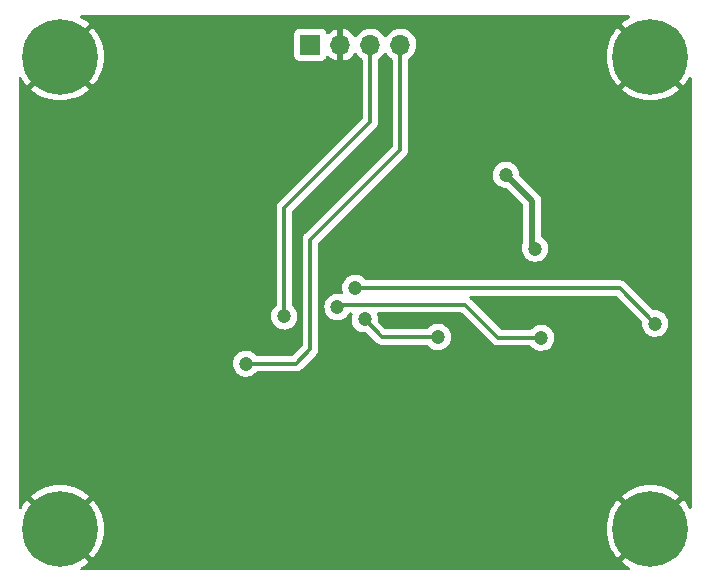
<source format=gbr>
%TF.GenerationSoftware,KiCad,Pcbnew,(6.0.2)*%
%TF.CreationDate,2022-03-31T10:51:58+02:00*%
%TF.ProjectId,stm32l02,73746d33-326c-4303-922e-6b696361645f,rev?*%
%TF.SameCoordinates,Original*%
%TF.FileFunction,Copper,L2,Bot*%
%TF.FilePolarity,Positive*%
%FSLAX46Y46*%
G04 Gerber Fmt 4.6, Leading zero omitted, Abs format (unit mm)*
G04 Created by KiCad (PCBNEW (6.0.2)) date 2022-03-31 10:51:58*
%MOMM*%
%LPD*%
G01*
G04 APERTURE LIST*
%TA.AperFunction,ComponentPad*%
%ADD10C,6.400000*%
%TD*%
%TA.AperFunction,ComponentPad*%
%ADD11R,1.700000X1.700000*%
%TD*%
%TA.AperFunction,ComponentPad*%
%ADD12O,1.700000X1.700000*%
%TD*%
%TA.AperFunction,ViaPad*%
%ADD13C,1.200000*%
%TD*%
%TA.AperFunction,Conductor*%
%ADD14C,0.500000*%
%TD*%
%TA.AperFunction,Conductor*%
%ADD15C,0.300000*%
%TD*%
G04 APERTURE END LIST*
D10*
%TO.P,H3,1,1*%
%TO.N,GND*%
X90000000Y-70000000D03*
%TD*%
%TO.P,H4,1,1*%
%TO.N,GND*%
X40000000Y-70000000D03*
%TD*%
%TO.P,H2,1,1*%
%TO.N,GND*%
X90000000Y-30000000D03*
%TD*%
%TO.P,H1,1,1*%
%TO.N,GND*%
X40000000Y-30000000D03*
%TD*%
D11*
%TO.P,J2,1,Pin_1*%
%TO.N,+5V*%
X61200000Y-29000000D03*
D12*
%TO.P,J2,2,Pin_2*%
%TO.N,GND*%
X63740000Y-29000000D03*
%TO.P,J2,3,Pin_3*%
%TO.N,ADC_IN1*%
X66280000Y-29000000D03*
%TO.P,J2,4,Pin_4*%
%TO.N,DAC_OUT*%
X68820000Y-29000000D03*
%TD*%
D13*
%TO.N,+3V3*%
X77750000Y-40000000D03*
X80250000Y-46250000D03*
%TO.N,GND*%
X52750000Y-46250000D03*
X51750000Y-56750000D03*
X79750000Y-51300000D03*
%TO.N,NRST*%
X65000000Y-49600000D03*
X90400000Y-52600000D03*
%TO.N,USART2_RX*%
X80750000Y-53800000D03*
X63500000Y-51200000D03*
%TO.N,USART2_TX*%
X72000000Y-53750000D03*
X65800000Y-52250000D03*
%TO.N,ADC_IN1*%
X59000000Y-52000000D03*
%TO.N,DAC_OUT*%
X55750000Y-56000000D03*
%TD*%
D14*
%TO.N,+3V3*%
X77750000Y-40000000D02*
X80000000Y-42250000D01*
X80000000Y-42250000D02*
X80000000Y-46250000D01*
D15*
%TO.N,NRST*%
X65000000Y-49600000D02*
X87400000Y-49600000D01*
X87400000Y-49600000D02*
X90400000Y-52600000D01*
%TO.N,USART2_RX*%
X63700000Y-51000000D02*
X63500000Y-51200000D01*
X74300000Y-51000000D02*
X63700000Y-51000000D01*
X80500000Y-53800000D02*
X77100000Y-53800000D01*
X77100000Y-53800000D02*
X74300000Y-51000000D01*
%TO.N,USART2_TX*%
X72000000Y-53750000D02*
X67300000Y-53750000D01*
X67300000Y-53750000D02*
X65800000Y-52250000D01*
%TO.N,ADC_IN1*%
X66280000Y-35520000D02*
X66280000Y-29000000D01*
X59000000Y-42800000D02*
X66280000Y-35520000D01*
X59000000Y-52000000D02*
X59000000Y-42800000D01*
%TO.N,DAC_OUT*%
X55750000Y-56000000D02*
X60000000Y-56000000D01*
X61200000Y-54800000D02*
X61200000Y-45500000D01*
X61200000Y-45500000D02*
X68820000Y-37880000D01*
X60000000Y-56000000D02*
X61200000Y-54800000D01*
X68820000Y-37880000D02*
X68820000Y-29000000D01*
%TD*%
%TA.AperFunction,Conductor*%
%TO.N,GND*%
G36*
X88229157Y-26528002D02*
G01*
X88275650Y-26581658D01*
X88285754Y-26651932D01*
X88256260Y-26716512D01*
X88218239Y-26746267D01*
X88146397Y-26782872D01*
X88140687Y-26786169D01*
X87820265Y-26994253D01*
X87814939Y-26998123D01*
X87576165Y-27191478D01*
X87567700Y-27203733D01*
X87574034Y-27214824D01*
X92784310Y-32425100D01*
X92797386Y-32432241D01*
X92807753Y-32424784D01*
X93001877Y-32185061D01*
X93005747Y-32179735D01*
X93213831Y-31859313D01*
X93217128Y-31853603D01*
X93253733Y-31781761D01*
X93302481Y-31730146D01*
X93371396Y-31713080D01*
X93438598Y-31735981D01*
X93482750Y-31791578D01*
X93492000Y-31838964D01*
X93492000Y-68161036D01*
X93471998Y-68229157D01*
X93418342Y-68275650D01*
X93348068Y-68285754D01*
X93283488Y-68256260D01*
X93253733Y-68218239D01*
X93217128Y-68146397D01*
X93213831Y-68140687D01*
X93005747Y-67820265D01*
X93001877Y-67814939D01*
X92808522Y-67576165D01*
X92796267Y-67567700D01*
X92785176Y-67574034D01*
X87574900Y-72784310D01*
X87567759Y-72797386D01*
X87575216Y-72807753D01*
X87814935Y-73001874D01*
X87820272Y-73005751D01*
X88140685Y-73213830D01*
X88146394Y-73217127D01*
X88218238Y-73253733D01*
X88269853Y-73302481D01*
X88286919Y-73371396D01*
X88264018Y-73438598D01*
X88208421Y-73482750D01*
X88161035Y-73492000D01*
X41838965Y-73492000D01*
X41770844Y-73471998D01*
X41724351Y-73418342D01*
X41714247Y-73348068D01*
X41743741Y-73283488D01*
X41781762Y-73253733D01*
X41853606Y-73217127D01*
X41859315Y-73213830D01*
X42179728Y-73005751D01*
X42185065Y-73001874D01*
X42423835Y-72808522D01*
X42432300Y-72796267D01*
X42425966Y-72785176D01*
X39641922Y-70001132D01*
X40364408Y-70001132D01*
X40364539Y-70002965D01*
X40368790Y-70009580D01*
X42784310Y-72425100D01*
X42797386Y-72432241D01*
X42807753Y-72424784D01*
X43001877Y-72185061D01*
X43005747Y-72179735D01*
X43213831Y-71859313D01*
X43217128Y-71853603D01*
X43390578Y-71513189D01*
X43393260Y-71507164D01*
X43530171Y-71150498D01*
X43532212Y-71144216D01*
X43631094Y-70775184D01*
X43632465Y-70768734D01*
X43692234Y-70391371D01*
X43692920Y-70384833D01*
X43712916Y-70003301D01*
X86287084Y-70003301D01*
X86307080Y-70384833D01*
X86307766Y-70391371D01*
X86367535Y-70768734D01*
X86368906Y-70775184D01*
X86467788Y-71144216D01*
X86469829Y-71150498D01*
X86606740Y-71507164D01*
X86609422Y-71513189D01*
X86782872Y-71853603D01*
X86786169Y-71859313D01*
X86994253Y-72179735D01*
X86998123Y-72185061D01*
X87191478Y-72423835D01*
X87203733Y-72432300D01*
X87214824Y-72425966D01*
X89627978Y-70012812D01*
X89635592Y-69998868D01*
X89635461Y-69997035D01*
X89631210Y-69990420D01*
X87215690Y-67574900D01*
X87202614Y-67567759D01*
X87192247Y-67575216D01*
X86998123Y-67814939D01*
X86994253Y-67820265D01*
X86786169Y-68140687D01*
X86782872Y-68146397D01*
X86609422Y-68486811D01*
X86606740Y-68492836D01*
X86469829Y-68849502D01*
X86467788Y-68855784D01*
X86368906Y-69224816D01*
X86367535Y-69231266D01*
X86307766Y-69608629D01*
X86307080Y-69615167D01*
X86287084Y-69996699D01*
X86287084Y-70003301D01*
X43712916Y-70003301D01*
X43712916Y-69996699D01*
X43692920Y-69615167D01*
X43692234Y-69608629D01*
X43632465Y-69231266D01*
X43631094Y-69224816D01*
X43532212Y-68855784D01*
X43530171Y-68849502D01*
X43393260Y-68492836D01*
X43390578Y-68486811D01*
X43217128Y-68146397D01*
X43213831Y-68140687D01*
X43005747Y-67820265D01*
X43001877Y-67814939D01*
X42808522Y-67576165D01*
X42796267Y-67567700D01*
X42785176Y-67574034D01*
X40372022Y-69987188D01*
X40364408Y-70001132D01*
X39641922Y-70001132D01*
X37215690Y-67574900D01*
X37202614Y-67567759D01*
X37192247Y-67575216D01*
X36998123Y-67814939D01*
X36994253Y-67820265D01*
X36786169Y-68140687D01*
X36782872Y-68146397D01*
X36746267Y-68218239D01*
X36697519Y-68269854D01*
X36628604Y-68286920D01*
X36561402Y-68264019D01*
X36517250Y-68208422D01*
X36508000Y-68161036D01*
X36508000Y-67203733D01*
X37567700Y-67203733D01*
X37574034Y-67214824D01*
X39987188Y-69627978D01*
X40001132Y-69635592D01*
X40002965Y-69635461D01*
X40009580Y-69631210D01*
X42425100Y-67215690D01*
X42431630Y-67203733D01*
X87567700Y-67203733D01*
X87574034Y-67214824D01*
X89987188Y-69627978D01*
X90001132Y-69635592D01*
X90002965Y-69635461D01*
X90009580Y-69631210D01*
X92425100Y-67215690D01*
X92432241Y-67202614D01*
X92424784Y-67192247D01*
X92185065Y-66998126D01*
X92179728Y-66994249D01*
X91859315Y-66786170D01*
X91853606Y-66782873D01*
X91513189Y-66609422D01*
X91507164Y-66606740D01*
X91150498Y-66469829D01*
X91144216Y-66467788D01*
X90775184Y-66368906D01*
X90768734Y-66367535D01*
X90391371Y-66307766D01*
X90384833Y-66307080D01*
X90003301Y-66287084D01*
X89996699Y-66287084D01*
X89615167Y-66307080D01*
X89608629Y-66307766D01*
X89231266Y-66367535D01*
X89224816Y-66368906D01*
X88855784Y-66467788D01*
X88849502Y-66469829D01*
X88492836Y-66606740D01*
X88486811Y-66609422D01*
X88146397Y-66782872D01*
X88140687Y-66786169D01*
X87820265Y-66994253D01*
X87814939Y-66998123D01*
X87576165Y-67191478D01*
X87567700Y-67203733D01*
X42431630Y-67203733D01*
X42432241Y-67202614D01*
X42424784Y-67192247D01*
X42185065Y-66998126D01*
X42179728Y-66994249D01*
X41859315Y-66786170D01*
X41853606Y-66782873D01*
X41513189Y-66609422D01*
X41507164Y-66606740D01*
X41150498Y-66469829D01*
X41144216Y-66467788D01*
X40775184Y-66368906D01*
X40768734Y-66367535D01*
X40391371Y-66307766D01*
X40384833Y-66307080D01*
X40003301Y-66287084D01*
X39996699Y-66287084D01*
X39615167Y-66307080D01*
X39608629Y-66307766D01*
X39231266Y-66367535D01*
X39224816Y-66368906D01*
X38855784Y-66467788D01*
X38849502Y-66469829D01*
X38492836Y-66606740D01*
X38486811Y-66609422D01*
X38146397Y-66782872D01*
X38140687Y-66786169D01*
X37820265Y-66994253D01*
X37814939Y-66998123D01*
X37576165Y-67191478D01*
X37567700Y-67203733D01*
X36508000Y-67203733D01*
X36508000Y-55970859D01*
X54637132Y-55970859D01*
X54650457Y-56174151D01*
X54700605Y-56371610D01*
X54785898Y-56556624D01*
X54903479Y-56722997D01*
X55049410Y-56865157D01*
X55054206Y-56868362D01*
X55054209Y-56868364D01*
X55122149Y-56913760D01*
X55218803Y-56978342D01*
X55224106Y-56980620D01*
X55224109Y-56980622D01*
X55313115Y-57018862D01*
X55405987Y-57058763D01*
X55478817Y-57075243D01*
X55599055Y-57102450D01*
X55599060Y-57102451D01*
X55604692Y-57103725D01*
X55610463Y-57103952D01*
X55610465Y-57103952D01*
X55673470Y-57106427D01*
X55808263Y-57111723D01*
X56009883Y-57082490D01*
X56015347Y-57080635D01*
X56015352Y-57080634D01*
X56197327Y-57018862D01*
X56197332Y-57018860D01*
X56202799Y-57017004D01*
X56380551Y-56917458D01*
X56537186Y-56787186D01*
X56606429Y-56703930D01*
X56665365Y-56664347D01*
X56703302Y-56658500D01*
X59917944Y-56658500D01*
X59929800Y-56659059D01*
X59929803Y-56659059D01*
X59937537Y-56660788D01*
X60008369Y-56658562D01*
X60012327Y-56658500D01*
X60041432Y-56658500D01*
X60045832Y-56657944D01*
X60057664Y-56657012D01*
X60103831Y-56655562D01*
X60124421Y-56649580D01*
X60143782Y-56645570D01*
X60150770Y-56644688D01*
X60157204Y-56643875D01*
X60157205Y-56643875D01*
X60165064Y-56642882D01*
X60172429Y-56639966D01*
X60172433Y-56639965D01*
X60208021Y-56625874D01*
X60219231Y-56622035D01*
X60263600Y-56609145D01*
X60282065Y-56598225D01*
X60299805Y-56589534D01*
X60319756Y-56581635D01*
X60357129Y-56554482D01*
X60367048Y-56547967D01*
X60399977Y-56528493D01*
X60399981Y-56528490D01*
X60406807Y-56524453D01*
X60421971Y-56509289D01*
X60437005Y-56496448D01*
X60447943Y-56488501D01*
X60454357Y-56483841D01*
X60483803Y-56448247D01*
X60491792Y-56439468D01*
X61607600Y-55323659D01*
X61616381Y-55315669D01*
X61616390Y-55315661D01*
X61623080Y-55311416D01*
X61671620Y-55259726D01*
X61674374Y-55256885D01*
X61694926Y-55236333D01*
X61697638Y-55232837D01*
X61705349Y-55223808D01*
X61731544Y-55195913D01*
X61736972Y-55190133D01*
X61747301Y-55171345D01*
X61758158Y-55154816D01*
X61766447Y-55144131D01*
X61766448Y-55144129D01*
X61771304Y-55137869D01*
X61789657Y-55095456D01*
X61794868Y-55084819D01*
X61817124Y-55044337D01*
X61822457Y-55023566D01*
X61828859Y-55004864D01*
X61837379Y-54985177D01*
X61844605Y-54939552D01*
X61847013Y-54927926D01*
X61856529Y-54890865D01*
X61856529Y-54890864D01*
X61858500Y-54883188D01*
X61858500Y-54861742D01*
X61860051Y-54842031D01*
X61862166Y-54828677D01*
X61863406Y-54820849D01*
X61859059Y-54774860D01*
X61858500Y-54763005D01*
X61858500Y-51170859D01*
X62387132Y-51170859D01*
X62400457Y-51374151D01*
X62450605Y-51571610D01*
X62535898Y-51756624D01*
X62653479Y-51922997D01*
X62799410Y-52065157D01*
X62804206Y-52068362D01*
X62804209Y-52068364D01*
X62872149Y-52113760D01*
X62968803Y-52178342D01*
X62974106Y-52180620D01*
X62974109Y-52180622D01*
X63144212Y-52253704D01*
X63155987Y-52258763D01*
X63228817Y-52275243D01*
X63349055Y-52302450D01*
X63349060Y-52302451D01*
X63354692Y-52303725D01*
X63360463Y-52303952D01*
X63360465Y-52303952D01*
X63423470Y-52306427D01*
X63558263Y-52311723D01*
X63759883Y-52282490D01*
X63765347Y-52280635D01*
X63765352Y-52280634D01*
X63947327Y-52218862D01*
X63947332Y-52218860D01*
X63952799Y-52217004D01*
X64130551Y-52117458D01*
X64287186Y-51987186D01*
X64417458Y-51830551D01*
X64477727Y-51722933D01*
X64528463Y-51673272D01*
X64587661Y-51658500D01*
X64652035Y-51658500D01*
X64720156Y-51678502D01*
X64766649Y-51732158D01*
X64776753Y-51802432D01*
X64770891Y-51823791D01*
X64771492Y-51823978D01*
X64719669Y-51990877D01*
X64711078Y-52018543D01*
X64687132Y-52220859D01*
X64700457Y-52424151D01*
X64750605Y-52621610D01*
X64835898Y-52806624D01*
X64953479Y-52972997D01*
X64998653Y-53017004D01*
X65037242Y-53054595D01*
X65099410Y-53115157D01*
X65104206Y-53118362D01*
X65104209Y-53118364D01*
X65178987Y-53168329D01*
X65268803Y-53228342D01*
X65274106Y-53230620D01*
X65274109Y-53230622D01*
X65450680Y-53306483D01*
X65455987Y-53308763D01*
X65518893Y-53322997D01*
X65649055Y-53352450D01*
X65649060Y-53352451D01*
X65654692Y-53353725D01*
X65660463Y-53353952D01*
X65660465Y-53353952D01*
X65728021Y-53356606D01*
X65858263Y-53361723D01*
X65902479Y-53355312D01*
X65972763Y-53365332D01*
X66009652Y-53390912D01*
X66776345Y-54157604D01*
X66784336Y-54166386D01*
X66788584Y-54173080D01*
X66794363Y-54178507D01*
X66840274Y-54221621D01*
X66843083Y-54224343D01*
X66863667Y-54244926D01*
X66866791Y-54247349D01*
X66866793Y-54247351D01*
X66867163Y-54247638D01*
X66876191Y-54255348D01*
X66909867Y-54286972D01*
X66916818Y-54290793D01*
X66916819Y-54290794D01*
X66928655Y-54297301D01*
X66945184Y-54308158D01*
X66955869Y-54316447D01*
X66955871Y-54316448D01*
X66962131Y-54321304D01*
X67004544Y-54339657D01*
X67015181Y-54344868D01*
X67055663Y-54367124D01*
X67063342Y-54369096D01*
X67063343Y-54369096D01*
X67076434Y-54372457D01*
X67095136Y-54378859D01*
X67114823Y-54387379D01*
X67122652Y-54388619D01*
X67160448Y-54394605D01*
X67172074Y-54397013D01*
X67209135Y-54406529D01*
X67209136Y-54406529D01*
X67216812Y-54408500D01*
X67238258Y-54408500D01*
X67257968Y-54410051D01*
X67279151Y-54413406D01*
X67325135Y-54409059D01*
X67336994Y-54408500D01*
X71042655Y-54408500D01*
X71110776Y-54428502D01*
X71145551Y-54461779D01*
X71153479Y-54472997D01*
X71299410Y-54615157D01*
X71304206Y-54618362D01*
X71304209Y-54618364D01*
X71381913Y-54670284D01*
X71468803Y-54728342D01*
X71474106Y-54730620D01*
X71474109Y-54730622D01*
X71590487Y-54780622D01*
X71655987Y-54808763D01*
X71700619Y-54818862D01*
X71849055Y-54852450D01*
X71849060Y-54852451D01*
X71854692Y-54853725D01*
X71860463Y-54853952D01*
X71860465Y-54853952D01*
X71923470Y-54856427D01*
X72058263Y-54861723D01*
X72259883Y-54832490D01*
X72265347Y-54830635D01*
X72265352Y-54830634D01*
X72447327Y-54768862D01*
X72447332Y-54768860D01*
X72452799Y-54767004D01*
X72630551Y-54667458D01*
X72787186Y-54537186D01*
X72917458Y-54380551D01*
X73006463Y-54221621D01*
X73014180Y-54207842D01*
X73014181Y-54207840D01*
X73017004Y-54202799D01*
X73018860Y-54197332D01*
X73018862Y-54197327D01*
X73080634Y-54015352D01*
X73080635Y-54015347D01*
X73082490Y-54009883D01*
X73111723Y-53808263D01*
X73113249Y-53750000D01*
X73097476Y-53578342D01*
X73095137Y-53552880D01*
X73095136Y-53552877D01*
X73094608Y-53547126D01*
X73085198Y-53513760D01*
X73040875Y-53356606D01*
X73040874Y-53356604D01*
X73039307Y-53351047D01*
X73027461Y-53327024D01*
X72951756Y-53173510D01*
X72949201Y-53168329D01*
X72940461Y-53156624D01*
X72830758Y-53009715D01*
X72830758Y-53009714D01*
X72827305Y-53005091D01*
X72728504Y-52913760D01*
X72681943Y-52870719D01*
X72681940Y-52870717D01*
X72677703Y-52866800D01*
X72584650Y-52808088D01*
X72510288Y-52761169D01*
X72510283Y-52761167D01*
X72505404Y-52758088D01*
X72316180Y-52682595D01*
X72116366Y-52642849D01*
X72110592Y-52642773D01*
X72110588Y-52642773D01*
X72007452Y-52641424D01*
X71912655Y-52640183D01*
X71906958Y-52641162D01*
X71906957Y-52641162D01*
X71717567Y-52673705D01*
X71711870Y-52674684D01*
X71520734Y-52745198D01*
X71515773Y-52748150D01*
X71515772Y-52748150D01*
X71417487Y-52806624D01*
X71345649Y-52849363D01*
X71192478Y-52983690D01*
X71164751Y-53018862D01*
X71145323Y-53043506D01*
X71087442Y-53084619D01*
X71046373Y-53091500D01*
X67624950Y-53091500D01*
X67556829Y-53071498D01*
X67535854Y-53054595D01*
X66940912Y-52459652D01*
X66906887Y-52397340D01*
X66905312Y-52352477D01*
X66911190Y-52311937D01*
X66911723Y-52308263D01*
X66913249Y-52250000D01*
X66900731Y-52113760D01*
X66895137Y-52052880D01*
X66895136Y-52052877D01*
X66894608Y-52047126D01*
X66888165Y-52024280D01*
X66840875Y-51856606D01*
X66840874Y-51856604D01*
X66839307Y-51851047D01*
X66833971Y-51840226D01*
X66821783Y-51770283D01*
X66849343Y-51704854D01*
X66907902Y-51664712D01*
X66946978Y-51658500D01*
X73975050Y-51658500D01*
X74043171Y-51678502D01*
X74064145Y-51695405D01*
X76576345Y-54207605D01*
X76584335Y-54216385D01*
X76588584Y-54223080D01*
X76594362Y-54228506D01*
X76594363Y-54228507D01*
X76640257Y-54271604D01*
X76643099Y-54274359D01*
X76663667Y-54294927D01*
X76667170Y-54297644D01*
X76676195Y-54305352D01*
X76709867Y-54336972D01*
X76716818Y-54340793D01*
X76716819Y-54340794D01*
X76728658Y-54347303D01*
X76745182Y-54358157D01*
X76755271Y-54365982D01*
X76762132Y-54371304D01*
X76769404Y-54374451D01*
X76769406Y-54374452D01*
X76804535Y-54389654D01*
X76815195Y-54394876D01*
X76846645Y-54412166D01*
X76855663Y-54417124D01*
X76876441Y-54422459D01*
X76895131Y-54428858D01*
X76914824Y-54437380D01*
X76958596Y-54444313D01*
X76960448Y-54444606D01*
X76972071Y-54447013D01*
X77000072Y-54454202D01*
X77016812Y-54458500D01*
X77038259Y-54458500D01*
X77057969Y-54460051D01*
X77079152Y-54463406D01*
X77125141Y-54459059D01*
X77136996Y-54458500D01*
X79792655Y-54458500D01*
X79860776Y-54478502D01*
X79895551Y-54511779D01*
X79903479Y-54522997D01*
X80049410Y-54665157D01*
X80054206Y-54668362D01*
X80054209Y-54668364D01*
X80122149Y-54713760D01*
X80218803Y-54778342D01*
X80224106Y-54780620D01*
X80224109Y-54780622D01*
X80313115Y-54818862D01*
X80405987Y-54858763D01*
X80478817Y-54875243D01*
X80599055Y-54902450D01*
X80599060Y-54902451D01*
X80604692Y-54903725D01*
X80610463Y-54903952D01*
X80610465Y-54903952D01*
X80673470Y-54906427D01*
X80808263Y-54911723D01*
X81009883Y-54882490D01*
X81015347Y-54880635D01*
X81015352Y-54880634D01*
X81197327Y-54818862D01*
X81197332Y-54818860D01*
X81202799Y-54817004D01*
X81217515Y-54808763D01*
X81288609Y-54768948D01*
X81380551Y-54717458D01*
X81537186Y-54587186D01*
X81667458Y-54430551D01*
X81767004Y-54252799D01*
X81768860Y-54247332D01*
X81768862Y-54247327D01*
X81830634Y-54065352D01*
X81830635Y-54065347D01*
X81832490Y-54059883D01*
X81861723Y-53858263D01*
X81863249Y-53800000D01*
X81850389Y-53660038D01*
X81845137Y-53602880D01*
X81845136Y-53602877D01*
X81844608Y-53597126D01*
X81807388Y-53465157D01*
X81790875Y-53406606D01*
X81790874Y-53406604D01*
X81789307Y-53401047D01*
X81771695Y-53365332D01*
X81701756Y-53223510D01*
X81699201Y-53218329D01*
X81619152Y-53111130D01*
X81580758Y-53059715D01*
X81580758Y-53059714D01*
X81577305Y-53055091D01*
X81427703Y-52916800D01*
X81350936Y-52868364D01*
X81260288Y-52811169D01*
X81260283Y-52811167D01*
X81255404Y-52808088D01*
X81066180Y-52732595D01*
X80866366Y-52692849D01*
X80860592Y-52692773D01*
X80860588Y-52692773D01*
X80757452Y-52691424D01*
X80662655Y-52690183D01*
X80656958Y-52691162D01*
X80656957Y-52691162D01*
X80467567Y-52723705D01*
X80461870Y-52724684D01*
X80270734Y-52795198D01*
X80265773Y-52798150D01*
X80265772Y-52798150D01*
X80155563Y-52863718D01*
X80095649Y-52899363D01*
X79942478Y-53033690D01*
X79903355Y-53083318D01*
X79895323Y-53093506D01*
X79837442Y-53134619D01*
X79796373Y-53141500D01*
X77424950Y-53141500D01*
X77356829Y-53121498D01*
X77335855Y-53104595D01*
X74823655Y-50592395D01*
X74815665Y-50583615D01*
X74815663Y-50583613D01*
X74811416Y-50576920D01*
X74759742Y-50528395D01*
X74756901Y-50525641D01*
X74736333Y-50505073D01*
X74732826Y-50502353D01*
X74723803Y-50494646D01*
X74704319Y-50476349D01*
X74668354Y-50415136D01*
X74671193Y-50344196D01*
X74711934Y-50286053D01*
X74777642Y-50259165D01*
X74790573Y-50258500D01*
X87075050Y-50258500D01*
X87143171Y-50278502D01*
X87164145Y-50295405D01*
X89260053Y-52391313D01*
X89294079Y-52453625D01*
X89296085Y-52495217D01*
X89287132Y-52570859D01*
X89300457Y-52774151D01*
X89350605Y-52971610D01*
X89435898Y-53156624D01*
X89553479Y-53322997D01*
X89699410Y-53465157D01*
X89704206Y-53468362D01*
X89704209Y-53468364D01*
X89772149Y-53513760D01*
X89868803Y-53578342D01*
X89874106Y-53580620D01*
X89874109Y-53580622D01*
X89963115Y-53618862D01*
X90055987Y-53658763D01*
X90128817Y-53675243D01*
X90249055Y-53702450D01*
X90249060Y-53702451D01*
X90254692Y-53703725D01*
X90260463Y-53703952D01*
X90260465Y-53703952D01*
X90323470Y-53706427D01*
X90458263Y-53711723D01*
X90659883Y-53682490D01*
X90665347Y-53680635D01*
X90665352Y-53680634D01*
X90847327Y-53618862D01*
X90847332Y-53618860D01*
X90852799Y-53617004D01*
X91030551Y-53517458D01*
X91187186Y-53387186D01*
X91317458Y-53230551D01*
X91417004Y-53052799D01*
X91418860Y-53047332D01*
X91418862Y-53047327D01*
X91480634Y-52865352D01*
X91480635Y-52865347D01*
X91482490Y-52859883D01*
X91511723Y-52658263D01*
X91513249Y-52600000D01*
X91499799Y-52453625D01*
X91495137Y-52402880D01*
X91495136Y-52402877D01*
X91494608Y-52397126D01*
X91485832Y-52366010D01*
X91440875Y-52206606D01*
X91440874Y-52206604D01*
X91439307Y-52201047D01*
X91428111Y-52178342D01*
X91351756Y-52023510D01*
X91349201Y-52018329D01*
X91227305Y-51855091D01*
X91115110Y-51751379D01*
X91081943Y-51720719D01*
X91081940Y-51720717D01*
X91077703Y-51716800D01*
X90985303Y-51658500D01*
X90910288Y-51611169D01*
X90910283Y-51611167D01*
X90905404Y-51608088D01*
X90716180Y-51532595D01*
X90516366Y-51492849D01*
X90510592Y-51492773D01*
X90510588Y-51492773D01*
X90407452Y-51491424D01*
X90312655Y-51490183D01*
X90306962Y-51491161D01*
X90306952Y-51491162D01*
X90299115Y-51492509D01*
X90228591Y-51484331D01*
X90188684Y-51457424D01*
X87923655Y-49192395D01*
X87915665Y-49183615D01*
X87915663Y-49183613D01*
X87911416Y-49176920D01*
X87859742Y-49128395D01*
X87856901Y-49125641D01*
X87836333Y-49105073D01*
X87832826Y-49102353D01*
X87823804Y-49094647D01*
X87795913Y-49068456D01*
X87790133Y-49063028D01*
X87783181Y-49059206D01*
X87771342Y-49052697D01*
X87754818Y-49041843D01*
X87744132Y-49033555D01*
X87737868Y-49028696D01*
X87730596Y-49025549D01*
X87730594Y-49025548D01*
X87695465Y-49010346D01*
X87684805Y-49005124D01*
X87651284Y-48986695D01*
X87651282Y-48986694D01*
X87644337Y-48982876D01*
X87623559Y-48977541D01*
X87604869Y-48971142D01*
X87585176Y-48962620D01*
X87539552Y-48955394D01*
X87527929Y-48952987D01*
X87499928Y-48945798D01*
X87483188Y-48941500D01*
X87461741Y-48941500D01*
X87442031Y-48939949D01*
X87428677Y-48937834D01*
X87420848Y-48936594D01*
X87374859Y-48940941D01*
X87363004Y-48941500D01*
X65954995Y-48941500D01*
X65886874Y-48921498D01*
X65854038Y-48890890D01*
X65830759Y-48859717D01*
X65827305Y-48855091D01*
X65677703Y-48716800D01*
X65631675Y-48687759D01*
X65510288Y-48611169D01*
X65510283Y-48611167D01*
X65505404Y-48608088D01*
X65316180Y-48532595D01*
X65116366Y-48492849D01*
X65110592Y-48492773D01*
X65110588Y-48492773D01*
X65007452Y-48491424D01*
X64912655Y-48490183D01*
X64906958Y-48491162D01*
X64906957Y-48491162D01*
X64717567Y-48523705D01*
X64711870Y-48524684D01*
X64520734Y-48595198D01*
X64345649Y-48699363D01*
X64192478Y-48833690D01*
X64188911Y-48838215D01*
X64188906Y-48838220D01*
X64111355Y-48936594D01*
X64066351Y-48993681D01*
X64063662Y-48998792D01*
X64063660Y-48998795D01*
X64029866Y-49063028D01*
X63971492Y-49173978D01*
X63911078Y-49368543D01*
X63887132Y-49570859D01*
X63900457Y-49774151D01*
X63901880Y-49779753D01*
X63950605Y-49971610D01*
X63949153Y-49971979D01*
X63952641Y-50035711D01*
X63917579Y-50097446D01*
X63854707Y-50130424D01*
X63805407Y-50130452D01*
X63616366Y-50092849D01*
X63610592Y-50092773D01*
X63610588Y-50092773D01*
X63507452Y-50091424D01*
X63412655Y-50090183D01*
X63406958Y-50091162D01*
X63406957Y-50091162D01*
X63217567Y-50123705D01*
X63211870Y-50124684D01*
X63020734Y-50195198D01*
X63015773Y-50198150D01*
X63015772Y-50198150D01*
X62913216Y-50259165D01*
X62845649Y-50299363D01*
X62692478Y-50433690D01*
X62688911Y-50438215D01*
X62688906Y-50438220D01*
X62618875Y-50527055D01*
X62566351Y-50593681D01*
X62471492Y-50773978D01*
X62411078Y-50968543D01*
X62387132Y-51170859D01*
X61858500Y-51170859D01*
X61858500Y-45824950D01*
X61878502Y-45756829D01*
X61895405Y-45735855D01*
X67660400Y-39970859D01*
X76637132Y-39970859D01*
X76650457Y-40174151D01*
X76700605Y-40371610D01*
X76785898Y-40556624D01*
X76903479Y-40722997D01*
X77049410Y-40865157D01*
X77054206Y-40868362D01*
X77054209Y-40868364D01*
X77192264Y-40960609D01*
X77218803Y-40978342D01*
X77224106Y-40980620D01*
X77224109Y-40980622D01*
X77400680Y-41056483D01*
X77405987Y-41058763D01*
X77478817Y-41075243D01*
X77599055Y-41102450D01*
X77599060Y-41102451D01*
X77604692Y-41103725D01*
X77610463Y-41103952D01*
X77610465Y-41103952D01*
X77738980Y-41109001D01*
X77806263Y-41131662D01*
X77823128Y-41145809D01*
X79204595Y-42527276D01*
X79238621Y-42589588D01*
X79241500Y-42616371D01*
X79241500Y-45754827D01*
X79227009Y-45813493D01*
X79221492Y-45823978D01*
X79161078Y-46018543D01*
X79137132Y-46220859D01*
X79150457Y-46424151D01*
X79200605Y-46621610D01*
X79285898Y-46806624D01*
X79403479Y-46972997D01*
X79549410Y-47115157D01*
X79554206Y-47118362D01*
X79554209Y-47118364D01*
X79622149Y-47163760D01*
X79718803Y-47228342D01*
X79724106Y-47230620D01*
X79724109Y-47230622D01*
X79813115Y-47268862D01*
X79905987Y-47308763D01*
X79978817Y-47325243D01*
X80099055Y-47352450D01*
X80099060Y-47352451D01*
X80104692Y-47353725D01*
X80110463Y-47353952D01*
X80110465Y-47353952D01*
X80173470Y-47356427D01*
X80308263Y-47361723D01*
X80509883Y-47332490D01*
X80515347Y-47330635D01*
X80515352Y-47330634D01*
X80697327Y-47268862D01*
X80697332Y-47268860D01*
X80702799Y-47267004D01*
X80880551Y-47167458D01*
X81037186Y-47037186D01*
X81167458Y-46880551D01*
X81267004Y-46702799D01*
X81268860Y-46697332D01*
X81268862Y-46697327D01*
X81330634Y-46515352D01*
X81330635Y-46515347D01*
X81332490Y-46509883D01*
X81361723Y-46308263D01*
X81363249Y-46250000D01*
X81344608Y-46047126D01*
X81289307Y-45851047D01*
X81278680Y-45829496D01*
X81201756Y-45673510D01*
X81199201Y-45668329D01*
X81077305Y-45505091D01*
X80981806Y-45416812D01*
X80931943Y-45370719D01*
X80931940Y-45370717D01*
X80927703Y-45366800D01*
X80817265Y-45297119D01*
X80770326Y-45243852D01*
X80758500Y-45190557D01*
X80758500Y-42317070D01*
X80759933Y-42298120D01*
X80762099Y-42283885D01*
X80762099Y-42283881D01*
X80763199Y-42276651D01*
X80758915Y-42223982D01*
X80758500Y-42213767D01*
X80758500Y-42205707D01*
X80755209Y-42177480D01*
X80754778Y-42173121D01*
X80749454Y-42107662D01*
X80749453Y-42107659D01*
X80748860Y-42100364D01*
X80746604Y-42093400D01*
X80745417Y-42087461D01*
X80744030Y-42081590D01*
X80743182Y-42074319D01*
X80740686Y-42067443D01*
X80740684Y-42067434D01*
X80718275Y-42005702D01*
X80716865Y-42001598D01*
X80694352Y-41932101D01*
X80690556Y-41925846D01*
X80688057Y-41920387D01*
X80685329Y-41914939D01*
X80682833Y-41908063D01*
X80642805Y-41847010D01*
X80640481Y-41843327D01*
X80605500Y-41785680D01*
X80605499Y-41785679D01*
X80602595Y-41780893D01*
X80595198Y-41772517D01*
X80595225Y-41772493D01*
X80592570Y-41769499D01*
X80589868Y-41766268D01*
X80585856Y-41760148D01*
X80529617Y-41706872D01*
X80527175Y-41704494D01*
X78899562Y-40076881D01*
X78865536Y-40014569D01*
X78863186Y-39999315D01*
X78845137Y-39802880D01*
X78845136Y-39802877D01*
X78844608Y-39797126D01*
X78789307Y-39601047D01*
X78778680Y-39579496D01*
X78701756Y-39423510D01*
X78699201Y-39418329D01*
X78680796Y-39393681D01*
X78580758Y-39259715D01*
X78580758Y-39259714D01*
X78577305Y-39255091D01*
X78427703Y-39116800D01*
X78381675Y-39087759D01*
X78260288Y-39011169D01*
X78260283Y-39011167D01*
X78255404Y-39008088D01*
X78066180Y-38932595D01*
X77866366Y-38892849D01*
X77860592Y-38892773D01*
X77860588Y-38892773D01*
X77757452Y-38891424D01*
X77662655Y-38890183D01*
X77656958Y-38891162D01*
X77656957Y-38891162D01*
X77467567Y-38923705D01*
X77461870Y-38924684D01*
X77270734Y-38995198D01*
X77095649Y-39099363D01*
X76942478Y-39233690D01*
X76938911Y-39238215D01*
X76938906Y-39238220D01*
X76852331Y-39348040D01*
X76816351Y-39393681D01*
X76721492Y-39573978D01*
X76661078Y-39768543D01*
X76637132Y-39970859D01*
X67660400Y-39970859D01*
X69227600Y-38403659D01*
X69236381Y-38395669D01*
X69236390Y-38395661D01*
X69243080Y-38391416D01*
X69291621Y-38339725D01*
X69294375Y-38336884D01*
X69314926Y-38316333D01*
X69317638Y-38312837D01*
X69325349Y-38303808D01*
X69351544Y-38275913D01*
X69356972Y-38270133D01*
X69367301Y-38251345D01*
X69378158Y-38234816D01*
X69386447Y-38224131D01*
X69386448Y-38224129D01*
X69391304Y-38217869D01*
X69409657Y-38175456D01*
X69414868Y-38164819D01*
X69437124Y-38124337D01*
X69442457Y-38103566D01*
X69448859Y-38084864D01*
X69457379Y-38065177D01*
X69464605Y-38019552D01*
X69467013Y-38007926D01*
X69476529Y-37970865D01*
X69476529Y-37970864D01*
X69478500Y-37963188D01*
X69478500Y-37941742D01*
X69480051Y-37922031D01*
X69482166Y-37908678D01*
X69483406Y-37900849D01*
X69479059Y-37854864D01*
X69478500Y-37843006D01*
X69478500Y-32797386D01*
X87567759Y-32797386D01*
X87575216Y-32807753D01*
X87814935Y-33001874D01*
X87820272Y-33005751D01*
X88140685Y-33213830D01*
X88146394Y-33217127D01*
X88486811Y-33390578D01*
X88492836Y-33393260D01*
X88849502Y-33530171D01*
X88855784Y-33532212D01*
X89224816Y-33631094D01*
X89231266Y-33632465D01*
X89608629Y-33692234D01*
X89615167Y-33692920D01*
X89996699Y-33712916D01*
X90003301Y-33712916D01*
X90384833Y-33692920D01*
X90391371Y-33692234D01*
X90768734Y-33632465D01*
X90775184Y-33631094D01*
X91144216Y-33532212D01*
X91150498Y-33530171D01*
X91507164Y-33393260D01*
X91513189Y-33390578D01*
X91853606Y-33217127D01*
X91859315Y-33213830D01*
X92179728Y-33005751D01*
X92185065Y-33001874D01*
X92423835Y-32808522D01*
X92432300Y-32796267D01*
X92425966Y-32785176D01*
X90012812Y-30372022D01*
X89998868Y-30364408D01*
X89997035Y-30364539D01*
X89990420Y-30368790D01*
X87574900Y-32784310D01*
X87567759Y-32797386D01*
X69478500Y-32797386D01*
X69478500Y-30263961D01*
X69498502Y-30195840D01*
X69531332Y-30161382D01*
X69590413Y-30119240D01*
X69699860Y-30041173D01*
X69737865Y-30003301D01*
X86287084Y-30003301D01*
X86307080Y-30384833D01*
X86307766Y-30391371D01*
X86367535Y-30768734D01*
X86368906Y-30775184D01*
X86467788Y-31144216D01*
X86469829Y-31150498D01*
X86606740Y-31507164D01*
X86609422Y-31513189D01*
X86782872Y-31853603D01*
X86786169Y-31859313D01*
X86994253Y-32179735D01*
X86998123Y-32185061D01*
X87191478Y-32423835D01*
X87203733Y-32432300D01*
X87214824Y-32425966D01*
X89627978Y-30012812D01*
X89635592Y-29998868D01*
X89635461Y-29997035D01*
X89631210Y-29990420D01*
X87215690Y-27574900D01*
X87202614Y-27567759D01*
X87192247Y-27575216D01*
X86998123Y-27814939D01*
X86994253Y-27820265D01*
X86786169Y-28140687D01*
X86782872Y-28146397D01*
X86609422Y-28486811D01*
X86606740Y-28492836D01*
X86469829Y-28849502D01*
X86467788Y-28855784D01*
X86368906Y-29224816D01*
X86367535Y-29231266D01*
X86307766Y-29608629D01*
X86307080Y-29615167D01*
X86287084Y-29996699D01*
X86287084Y-30003301D01*
X69737865Y-30003301D01*
X69757902Y-29983334D01*
X69844152Y-29897384D01*
X69858096Y-29883489D01*
X69988453Y-29702077D01*
X70001995Y-29674678D01*
X70085136Y-29506453D01*
X70085137Y-29506451D01*
X70087430Y-29501811D01*
X70152370Y-29288069D01*
X70181529Y-29066590D01*
X70183156Y-29000000D01*
X70164852Y-28777361D01*
X70110431Y-28560702D01*
X70021354Y-28355840D01*
X69900014Y-28168277D01*
X69749670Y-28003051D01*
X69745619Y-27999852D01*
X69745615Y-27999848D01*
X69578414Y-27867800D01*
X69578410Y-27867798D01*
X69574359Y-27864598D01*
X69538028Y-27844542D01*
X69522136Y-27835769D01*
X69378789Y-27756638D01*
X69373920Y-27754914D01*
X69373916Y-27754912D01*
X69173087Y-27683795D01*
X69173083Y-27683794D01*
X69168212Y-27682069D01*
X69163119Y-27681162D01*
X69163116Y-27681161D01*
X68953373Y-27643800D01*
X68953367Y-27643799D01*
X68948284Y-27642894D01*
X68874452Y-27641992D01*
X68730081Y-27640228D01*
X68730079Y-27640228D01*
X68724911Y-27640165D01*
X68504091Y-27673955D01*
X68291756Y-27743357D01*
X68093607Y-27846507D01*
X68089474Y-27849610D01*
X68089471Y-27849612D01*
X67919100Y-27977530D01*
X67914965Y-27980635D01*
X67760629Y-28142138D01*
X67653201Y-28299621D01*
X67598293Y-28344621D01*
X67527768Y-28352792D01*
X67464021Y-28321538D01*
X67443324Y-28297054D01*
X67362822Y-28172617D01*
X67362820Y-28172614D01*
X67360014Y-28168277D01*
X67209670Y-28003051D01*
X67205619Y-27999852D01*
X67205615Y-27999848D01*
X67038414Y-27867800D01*
X67038410Y-27867798D01*
X67034359Y-27864598D01*
X66998028Y-27844542D01*
X66982136Y-27835769D01*
X66838789Y-27756638D01*
X66833920Y-27754914D01*
X66833916Y-27754912D01*
X66633087Y-27683795D01*
X66633083Y-27683794D01*
X66628212Y-27682069D01*
X66623119Y-27681162D01*
X66623116Y-27681161D01*
X66413373Y-27643800D01*
X66413367Y-27643799D01*
X66408284Y-27642894D01*
X66334452Y-27641992D01*
X66190081Y-27640228D01*
X66190079Y-27640228D01*
X66184911Y-27640165D01*
X65964091Y-27673955D01*
X65751756Y-27743357D01*
X65553607Y-27846507D01*
X65549474Y-27849610D01*
X65549471Y-27849612D01*
X65379100Y-27977530D01*
X65374965Y-27980635D01*
X65220629Y-28142138D01*
X65113204Y-28299618D01*
X65112898Y-28300066D01*
X65057987Y-28345069D01*
X64987462Y-28353240D01*
X64923715Y-28321986D01*
X64903018Y-28297502D01*
X64822426Y-28172926D01*
X64816136Y-28164757D01*
X64672806Y-28007240D01*
X64665273Y-28000215D01*
X64498139Y-27868222D01*
X64489552Y-27862517D01*
X64303117Y-27759599D01*
X64293705Y-27755369D01*
X64092959Y-27684280D01*
X64082988Y-27681646D01*
X64011837Y-27668972D01*
X63998540Y-27670432D01*
X63994000Y-27684989D01*
X63994000Y-30318517D01*
X63998064Y-30332359D01*
X64011478Y-30334393D01*
X64018184Y-30333534D01*
X64028262Y-30331392D01*
X64232255Y-30270191D01*
X64241842Y-30266433D01*
X64433095Y-30172739D01*
X64441945Y-30167464D01*
X64615328Y-30043792D01*
X64623200Y-30037139D01*
X64774052Y-29886812D01*
X64780730Y-29878965D01*
X64908022Y-29701819D01*
X64909279Y-29702722D01*
X64956373Y-29659362D01*
X65026311Y-29647145D01*
X65091751Y-29674678D01*
X65119579Y-29706511D01*
X65179987Y-29805088D01*
X65326250Y-29973938D01*
X65498126Y-30116632D01*
X65502583Y-30119236D01*
X65502588Y-30119240D01*
X65559070Y-30152245D01*
X65607794Y-30203883D01*
X65621500Y-30261033D01*
X65621500Y-35195050D01*
X65601498Y-35263171D01*
X65584595Y-35284145D01*
X58592395Y-42276345D01*
X58583615Y-42284335D01*
X58583613Y-42284337D01*
X58576920Y-42288584D01*
X58571494Y-42294362D01*
X58571493Y-42294363D01*
X58528396Y-42340257D01*
X58525641Y-42343099D01*
X58505073Y-42363667D01*
X58502356Y-42367170D01*
X58494648Y-42376195D01*
X58463028Y-42409867D01*
X58459207Y-42416818D01*
X58459206Y-42416819D01*
X58452697Y-42428658D01*
X58441843Y-42445182D01*
X58434018Y-42455271D01*
X58428696Y-42462132D01*
X58425549Y-42469404D01*
X58425548Y-42469406D01*
X58410346Y-42504535D01*
X58405124Y-42515195D01*
X58382876Y-42555663D01*
X58377541Y-42576441D01*
X58371142Y-42595131D01*
X58362620Y-42614824D01*
X58361380Y-42622655D01*
X58355394Y-42660448D01*
X58352987Y-42672071D01*
X58341500Y-42716812D01*
X58341500Y-42738259D01*
X58339949Y-42757969D01*
X58336594Y-42779152D01*
X58337340Y-42787043D01*
X58340941Y-42825138D01*
X58341500Y-42836996D01*
X58341500Y-51045912D01*
X58321498Y-51114033D01*
X58298577Y-51140644D01*
X58240757Y-51191351D01*
X58192478Y-51233690D01*
X58188911Y-51238215D01*
X58188906Y-51238220D01*
X58102331Y-51348040D01*
X58066351Y-51393681D01*
X57971492Y-51573978D01*
X57911078Y-51768543D01*
X57887132Y-51970859D01*
X57900457Y-52174151D01*
X57950605Y-52371610D01*
X58035898Y-52556624D01*
X58153479Y-52722997D01*
X58174218Y-52743200D01*
X58288131Y-52854169D01*
X58299410Y-52865157D01*
X58304206Y-52868362D01*
X58304209Y-52868364D01*
X58372149Y-52913760D01*
X58468803Y-52978342D01*
X58474106Y-52980620D01*
X58474109Y-52980622D01*
X58642105Y-53052799D01*
X58655987Y-53058763D01*
X58712268Y-53071498D01*
X58849055Y-53102450D01*
X58849060Y-53102451D01*
X58854692Y-53103725D01*
X58860463Y-53103952D01*
X58860465Y-53103952D01*
X58923470Y-53106427D01*
X59058263Y-53111723D01*
X59259883Y-53082490D01*
X59265347Y-53080635D01*
X59265352Y-53080634D01*
X59447327Y-53018862D01*
X59447332Y-53018860D01*
X59452799Y-53017004D01*
X59465815Y-53009715D01*
X59543855Y-52966010D01*
X59630551Y-52917458D01*
X59787186Y-52787186D01*
X59917458Y-52630551D01*
X60017004Y-52452799D01*
X60018860Y-52447332D01*
X60018862Y-52447327D01*
X60080634Y-52265352D01*
X60080635Y-52265347D01*
X60082490Y-52259883D01*
X60111723Y-52058263D01*
X60113249Y-52000000D01*
X60099563Y-51851047D01*
X60095137Y-51802880D01*
X60095136Y-51802877D01*
X60094608Y-51797126D01*
X60039307Y-51601047D01*
X60028680Y-51579496D01*
X59951756Y-51423510D01*
X59949201Y-51418329D01*
X59930796Y-51393681D01*
X59830758Y-51259715D01*
X59830758Y-51259714D01*
X59827305Y-51255091D01*
X59698971Y-51136460D01*
X59662526Y-51075531D01*
X59658500Y-51043935D01*
X59658500Y-43124950D01*
X59678502Y-43056829D01*
X59695405Y-43035855D01*
X66687605Y-36043655D01*
X66696385Y-36035665D01*
X66696387Y-36035663D01*
X66703080Y-36031416D01*
X66751605Y-35979742D01*
X66754359Y-35976901D01*
X66774927Y-35956333D01*
X66777647Y-35952826D01*
X66785353Y-35943804D01*
X66811544Y-35915913D01*
X66816972Y-35910133D01*
X66820794Y-35903181D01*
X66827303Y-35891342D01*
X66838157Y-35874818D01*
X66846445Y-35864132D01*
X66851304Y-35857868D01*
X66854452Y-35850594D01*
X66869654Y-35815465D01*
X66874876Y-35804805D01*
X66893305Y-35771284D01*
X66893306Y-35771282D01*
X66897124Y-35764337D01*
X66902459Y-35743559D01*
X66908858Y-35724869D01*
X66917380Y-35705176D01*
X66924606Y-35659552D01*
X66927013Y-35647929D01*
X66936528Y-35610868D01*
X66938500Y-35603188D01*
X66938500Y-35581741D01*
X66940051Y-35562031D01*
X66942166Y-35548677D01*
X66943406Y-35540848D01*
X66939059Y-35494859D01*
X66938500Y-35483004D01*
X66938500Y-30263961D01*
X66958502Y-30195840D01*
X66991332Y-30161382D01*
X67050413Y-30119240D01*
X67159860Y-30041173D01*
X67217902Y-29983334D01*
X67304152Y-29897384D01*
X67318096Y-29883489D01*
X67448453Y-29702077D01*
X67449776Y-29703028D01*
X67496645Y-29659857D01*
X67566580Y-29647625D01*
X67632026Y-29675144D01*
X67659875Y-29706994D01*
X67719987Y-29805088D01*
X67866250Y-29973938D01*
X68038126Y-30116632D01*
X68042583Y-30119236D01*
X68042588Y-30119240D01*
X68099070Y-30152245D01*
X68147794Y-30203883D01*
X68161500Y-30261033D01*
X68161500Y-37555051D01*
X68141498Y-37623172D01*
X68124595Y-37644146D01*
X60792395Y-44976345D01*
X60783615Y-44984335D01*
X60783613Y-44984337D01*
X60776920Y-44988584D01*
X60771494Y-44994362D01*
X60771493Y-44994363D01*
X60728396Y-45040257D01*
X60725641Y-45043099D01*
X60705073Y-45063667D01*
X60702356Y-45067170D01*
X60694648Y-45076195D01*
X60663028Y-45109867D01*
X60659207Y-45116818D01*
X60659206Y-45116819D01*
X60652697Y-45128658D01*
X60641843Y-45145182D01*
X60634018Y-45155271D01*
X60628696Y-45162132D01*
X60625549Y-45169404D01*
X60625548Y-45169406D01*
X60610346Y-45204535D01*
X60605124Y-45215195D01*
X60582876Y-45255663D01*
X60577541Y-45276441D01*
X60571142Y-45295131D01*
X60562620Y-45314824D01*
X60561380Y-45322655D01*
X60555394Y-45360448D01*
X60552987Y-45372071D01*
X60541500Y-45416812D01*
X60541500Y-45438259D01*
X60539949Y-45457969D01*
X60536594Y-45479152D01*
X60537340Y-45487043D01*
X60540941Y-45525138D01*
X60541500Y-45536996D01*
X60541500Y-54475050D01*
X60521498Y-54543171D01*
X60504595Y-54564146D01*
X59764144Y-55304596D01*
X59701832Y-55338621D01*
X59675049Y-55341500D01*
X56704995Y-55341500D01*
X56636874Y-55321498D01*
X56604038Y-55290890D01*
X56591592Y-55274223D01*
X56577305Y-55255091D01*
X56477306Y-55162653D01*
X56431943Y-55120719D01*
X56431940Y-55120717D01*
X56427703Y-55116800D01*
X56376995Y-55084806D01*
X56260288Y-55011169D01*
X56260283Y-55011167D01*
X56255404Y-55008088D01*
X56066180Y-54932595D01*
X55866366Y-54892849D01*
X55860592Y-54892773D01*
X55860588Y-54892773D01*
X55757452Y-54891424D01*
X55662655Y-54890183D01*
X55656958Y-54891162D01*
X55656957Y-54891162D01*
X55467567Y-54923705D01*
X55461870Y-54924684D01*
X55270734Y-54995198D01*
X55095649Y-55099363D01*
X54942478Y-55233690D01*
X54938911Y-55238215D01*
X54938906Y-55238220D01*
X54871552Y-55323659D01*
X54816351Y-55393681D01*
X54721492Y-55573978D01*
X54661078Y-55768543D01*
X54637132Y-55970859D01*
X36508000Y-55970859D01*
X36508000Y-32797386D01*
X37567759Y-32797386D01*
X37575216Y-32807753D01*
X37814935Y-33001874D01*
X37820272Y-33005751D01*
X38140685Y-33213830D01*
X38146394Y-33217127D01*
X38486811Y-33390578D01*
X38492836Y-33393260D01*
X38849502Y-33530171D01*
X38855784Y-33532212D01*
X39224816Y-33631094D01*
X39231266Y-33632465D01*
X39608629Y-33692234D01*
X39615167Y-33692920D01*
X39996699Y-33712916D01*
X40003301Y-33712916D01*
X40384833Y-33692920D01*
X40391371Y-33692234D01*
X40768734Y-33632465D01*
X40775184Y-33631094D01*
X41144216Y-33532212D01*
X41150498Y-33530171D01*
X41507164Y-33393260D01*
X41513189Y-33390578D01*
X41853606Y-33217127D01*
X41859315Y-33213830D01*
X42179728Y-33005751D01*
X42185065Y-33001874D01*
X42423835Y-32808522D01*
X42432300Y-32796267D01*
X42425966Y-32785176D01*
X40012812Y-30372022D01*
X39998868Y-30364408D01*
X39997035Y-30364539D01*
X39990420Y-30368790D01*
X37574900Y-32784310D01*
X37567759Y-32797386D01*
X36508000Y-32797386D01*
X36508000Y-31838964D01*
X36528002Y-31770843D01*
X36581658Y-31724350D01*
X36651932Y-31714246D01*
X36716512Y-31743740D01*
X36746267Y-31781761D01*
X36782872Y-31853603D01*
X36786169Y-31859313D01*
X36994253Y-32179735D01*
X36998123Y-32185061D01*
X37191478Y-32423835D01*
X37203733Y-32432300D01*
X37214824Y-32425966D01*
X39639658Y-30001132D01*
X40364408Y-30001132D01*
X40364539Y-30002965D01*
X40368790Y-30009580D01*
X42784310Y-32425100D01*
X42797386Y-32432241D01*
X42807753Y-32424784D01*
X43001877Y-32185061D01*
X43005747Y-32179735D01*
X43213831Y-31859313D01*
X43217128Y-31853603D01*
X43390578Y-31513189D01*
X43393260Y-31507164D01*
X43530171Y-31150498D01*
X43532212Y-31144216D01*
X43631094Y-30775184D01*
X43632465Y-30768734D01*
X43692234Y-30391371D01*
X43692920Y-30384833D01*
X43712916Y-30003301D01*
X43712916Y-29996699D01*
X43707750Y-29898134D01*
X59841500Y-29898134D01*
X59848255Y-29960316D01*
X59899385Y-30096705D01*
X59986739Y-30213261D01*
X60103295Y-30300615D01*
X60239684Y-30351745D01*
X60301866Y-30358500D01*
X62098134Y-30358500D01*
X62160316Y-30351745D01*
X62296705Y-30300615D01*
X62413261Y-30213261D01*
X62500615Y-30096705D01*
X62532065Y-30012812D01*
X62544798Y-29978848D01*
X62587440Y-29922084D01*
X62654001Y-29897384D01*
X62723350Y-29912592D01*
X62758017Y-29940580D01*
X62783218Y-29969673D01*
X62790580Y-29976883D01*
X62954434Y-30112916D01*
X62962881Y-30118831D01*
X63146756Y-30226279D01*
X63156042Y-30230729D01*
X63355001Y-30306703D01*
X63364899Y-30309579D01*
X63468250Y-30330606D01*
X63482299Y-30329410D01*
X63486000Y-30319065D01*
X63486000Y-27683102D01*
X63482082Y-27669758D01*
X63467806Y-27667771D01*
X63429324Y-27673660D01*
X63419288Y-27676051D01*
X63216868Y-27742212D01*
X63207359Y-27746209D01*
X63018463Y-27844542D01*
X63009738Y-27850036D01*
X62839433Y-27977905D01*
X62831726Y-27984748D01*
X62754478Y-28065584D01*
X62692954Y-28101014D01*
X62622042Y-28097557D01*
X62564255Y-28056311D01*
X62545402Y-28022763D01*
X62503767Y-27911703D01*
X62500615Y-27903295D01*
X62413261Y-27786739D01*
X62296705Y-27699385D01*
X62160316Y-27648255D01*
X62098134Y-27641500D01*
X60301866Y-27641500D01*
X60239684Y-27648255D01*
X60103295Y-27699385D01*
X59986739Y-27786739D01*
X59899385Y-27903295D01*
X59848255Y-28039684D01*
X59841500Y-28101866D01*
X59841500Y-29898134D01*
X43707750Y-29898134D01*
X43692920Y-29615167D01*
X43692234Y-29608629D01*
X43632465Y-29231266D01*
X43631094Y-29224816D01*
X43532212Y-28855784D01*
X43530171Y-28849502D01*
X43393260Y-28492836D01*
X43390578Y-28486811D01*
X43217128Y-28146397D01*
X43213831Y-28140687D01*
X43005747Y-27820265D01*
X43001877Y-27814939D01*
X42808522Y-27576165D01*
X42796267Y-27567700D01*
X42785176Y-27574034D01*
X40372022Y-29987188D01*
X40364408Y-30001132D01*
X39639658Y-30001132D01*
X42425100Y-27215690D01*
X42432241Y-27202614D01*
X42424784Y-27192247D01*
X42185065Y-26998126D01*
X42179728Y-26994249D01*
X41859315Y-26786170D01*
X41853606Y-26782873D01*
X41781762Y-26746267D01*
X41730147Y-26697519D01*
X41713081Y-26628604D01*
X41735982Y-26561402D01*
X41791579Y-26517250D01*
X41838965Y-26508000D01*
X88161036Y-26508000D01*
X88229157Y-26528002D01*
G37*
%TD.AperFunction*%
%TD*%
M02*

</source>
